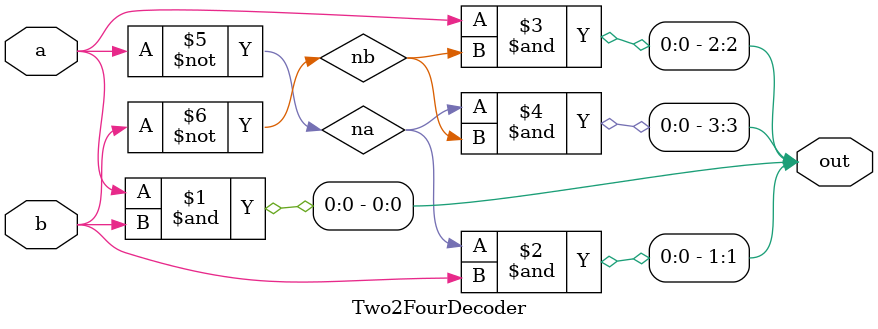
<source format=v>
`timescale 1ns / 1ps


module Two2FourDecoder(
    input a,
    input b,
    output [3:0]out
    );
    wire na, nb;
    not not_1 (na, a);
    not not_2 (nb, b);
    
    and and_1 (out[0], a, b);
    and and_2 (out[1], na, b);
    and and_3 (out[2], a, nb);
    and and_4 (out[3], na, nb);
    
endmodule
</source>
